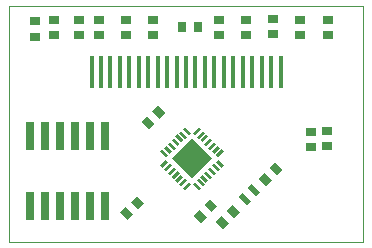
<source format=gtp>
G75*
%MOIN*%
%OFA0B0*%
%FSLAX24Y24*%
%IPPOS*%
%LPD*%
%AMOC8*
5,1,8,0,0,1.08239X$1,22.5*
%
%ADD10C,0.0000*%
%ADD11R,0.0157X0.1102*%
%ADD12R,0.0100X0.0280*%
%ADD13R,0.0960X0.0960*%
%ADD14R,0.0354X0.0276*%
%ADD15R,0.0276X0.0354*%
%ADD16R,0.0299X0.0945*%
%ADD17R,0.0200X0.0400*%
D10*
X000680Y000380D02*
X000680Y008254D01*
X012491Y008254D01*
X012491Y000380D01*
X000680Y000380D01*
D11*
X003436Y006049D03*
X003751Y006049D03*
X004066Y006049D03*
X004381Y006049D03*
X004696Y006049D03*
X005011Y006049D03*
X005326Y006049D03*
X005641Y006049D03*
X005956Y006049D03*
X006271Y006049D03*
X006586Y006049D03*
X006900Y006049D03*
X007215Y006049D03*
X007530Y006049D03*
X007845Y006049D03*
X008160Y006049D03*
X008475Y006049D03*
X008790Y006049D03*
X009105Y006049D03*
X009420Y006049D03*
X009735Y006049D03*
D12*
G36*
X007137Y003706D02*
X007066Y003777D01*
X007263Y003974D01*
X007334Y003903D01*
X007137Y003706D01*
G37*
G36*
X007264Y003578D02*
X007193Y003649D01*
X007390Y003846D01*
X007461Y003775D01*
X007264Y003578D01*
G37*
G36*
X007391Y003451D02*
X007320Y003522D01*
X007517Y003719D01*
X007588Y003648D01*
X007391Y003451D01*
G37*
G36*
X007511Y003331D02*
X007440Y003402D01*
X007637Y003599D01*
X007708Y003528D01*
X007511Y003331D01*
G37*
G36*
X007639Y003204D02*
X007568Y003275D01*
X007765Y003472D01*
X007836Y003401D01*
X007639Y003204D01*
G37*
G36*
X007836Y002935D02*
X007765Y002864D01*
X007568Y003061D01*
X007639Y003132D01*
X007836Y002935D01*
G37*
G36*
X007708Y002808D02*
X007637Y002737D01*
X007440Y002934D01*
X007511Y003005D01*
X007708Y002808D01*
G37*
G36*
X007588Y002688D02*
X007517Y002617D01*
X007320Y002814D01*
X007391Y002885D01*
X007588Y002688D01*
G37*
G36*
X007461Y002560D02*
X007390Y002489D01*
X007193Y002686D01*
X007264Y002757D01*
X007461Y002560D01*
G37*
G36*
X007334Y002433D02*
X007263Y002362D01*
X007066Y002559D01*
X007137Y002630D01*
X007334Y002433D01*
G37*
G36*
X007213Y002313D02*
X007142Y002242D01*
X006945Y002439D01*
X007016Y002510D01*
X007213Y002313D01*
G37*
G36*
X007086Y002186D02*
X007015Y002115D01*
X006818Y002312D01*
X006889Y002383D01*
X007086Y002186D01*
G37*
G36*
X006550Y002115D02*
X006479Y002186D01*
X006676Y002383D01*
X006747Y002312D01*
X006550Y002115D01*
G37*
G36*
X006422Y002242D02*
X006351Y002313D01*
X006548Y002510D01*
X006619Y002439D01*
X006422Y002242D01*
G37*
G36*
X006302Y002362D02*
X006231Y002433D01*
X006428Y002630D01*
X006499Y002559D01*
X006302Y002362D01*
G37*
G36*
X006175Y002489D02*
X006104Y002560D01*
X006301Y002757D01*
X006372Y002686D01*
X006175Y002489D01*
G37*
G36*
X006048Y002617D02*
X005977Y002688D01*
X006174Y002885D01*
X006245Y002814D01*
X006048Y002617D01*
G37*
G36*
X005927Y002737D02*
X005856Y002808D01*
X006053Y003005D01*
X006124Y002934D01*
X005927Y002737D01*
G37*
G36*
X005800Y002864D02*
X005729Y002935D01*
X005926Y003132D01*
X005997Y003061D01*
X005800Y002864D01*
G37*
G36*
X005997Y003275D02*
X005926Y003204D01*
X005729Y003401D01*
X005800Y003472D01*
X005997Y003275D01*
G37*
G36*
X006124Y003402D02*
X006053Y003331D01*
X005856Y003528D01*
X005927Y003599D01*
X006124Y003402D01*
G37*
G36*
X006245Y003522D02*
X006174Y003451D01*
X005977Y003648D01*
X006048Y003719D01*
X006245Y003522D01*
G37*
G36*
X006372Y003649D02*
X006301Y003578D01*
X006104Y003775D01*
X006175Y003846D01*
X006372Y003649D01*
G37*
G36*
X006499Y003777D02*
X006428Y003706D01*
X006231Y003903D01*
X006302Y003974D01*
X006499Y003777D01*
G37*
G36*
X006619Y003897D02*
X006548Y003826D01*
X006351Y004023D01*
X006422Y004094D01*
X006619Y003897D01*
G37*
G36*
X006747Y004024D02*
X006676Y003953D01*
X006479Y004150D01*
X006550Y004221D01*
X006747Y004024D01*
G37*
G36*
X006889Y003953D02*
X006818Y004024D01*
X007015Y004221D01*
X007086Y004150D01*
X006889Y003953D01*
G37*
G36*
X007016Y003826D02*
X006945Y003897D01*
X007142Y004094D01*
X007213Y004023D01*
X007016Y003826D01*
G37*
D13*
G36*
X006782Y003846D02*
X007460Y003168D01*
X006782Y002490D01*
X006104Y003168D01*
X006782Y003846D01*
G37*
D14*
X010760Y004056D03*
X011300Y004094D03*
X011300Y003583D03*
X010760Y003544D03*
X010400Y007286D03*
X010400Y007797D03*
X009500Y007814D03*
X009500Y007303D03*
X008600Y007286D03*
X008600Y007797D03*
X007700Y007797D03*
X007700Y007286D03*
X005480Y007286D03*
X005480Y007797D03*
X004580Y007797D03*
X004580Y007286D03*
X003680Y007286D03*
X003680Y007797D03*
X003020Y007797D03*
X003020Y007286D03*
X002180Y007286D03*
X001561Y007226D03*
X001561Y007737D03*
X002180Y007797D03*
X011306Y007797D03*
X011306Y007286D03*
D15*
X006974Y007541D03*
X006463Y007541D03*
G36*
X005901Y004692D02*
X005706Y004497D01*
X005457Y004746D01*
X005652Y004941D01*
X005901Y004692D01*
G37*
G36*
X005539Y004330D02*
X005344Y004135D01*
X005095Y004384D01*
X005290Y004579D01*
X005539Y004330D01*
G37*
G36*
X004747Y001730D02*
X004942Y001925D01*
X005191Y001676D01*
X004996Y001481D01*
X004747Y001730D01*
G37*
G36*
X004386Y001368D02*
X004581Y001563D01*
X004830Y001314D01*
X004635Y001119D01*
X004386Y001368D01*
G37*
G36*
X006828Y001260D02*
X007023Y001455D01*
X007272Y001206D01*
X007077Y001011D01*
X006828Y001260D01*
G37*
G36*
X007190Y001622D02*
X007385Y001817D01*
X007634Y001568D01*
X007439Y001373D01*
X007190Y001622D01*
G37*
G36*
X008006Y001012D02*
X007811Y000817D01*
X007562Y001066D01*
X007757Y001261D01*
X008006Y001012D01*
G37*
G36*
X008368Y001374D02*
X008173Y001179D01*
X007924Y001428D01*
X008119Y001623D01*
X008368Y001374D01*
G37*
G36*
X008995Y002488D02*
X009190Y002683D01*
X009439Y002434D01*
X009244Y002239D01*
X008995Y002488D01*
G37*
G36*
X009357Y002850D02*
X009552Y003045D01*
X009801Y002796D01*
X009606Y002601D01*
X009357Y002850D01*
G37*
D16*
X003899Y003904D03*
X003399Y003904D03*
X002899Y003904D03*
X002399Y003904D03*
X001899Y003904D03*
X001399Y003904D03*
X001399Y001581D03*
X001899Y001581D03*
X002399Y001581D03*
X002899Y001581D03*
X003399Y001581D03*
X003899Y001581D03*
D17*
G36*
X008320Y001882D02*
X008462Y002024D01*
X008744Y001742D01*
X008602Y001600D01*
X008320Y001882D01*
G37*
G36*
X008626Y002188D02*
X008768Y002330D01*
X009050Y002048D01*
X008908Y001906D01*
X008626Y002188D01*
G37*
M02*

</source>
